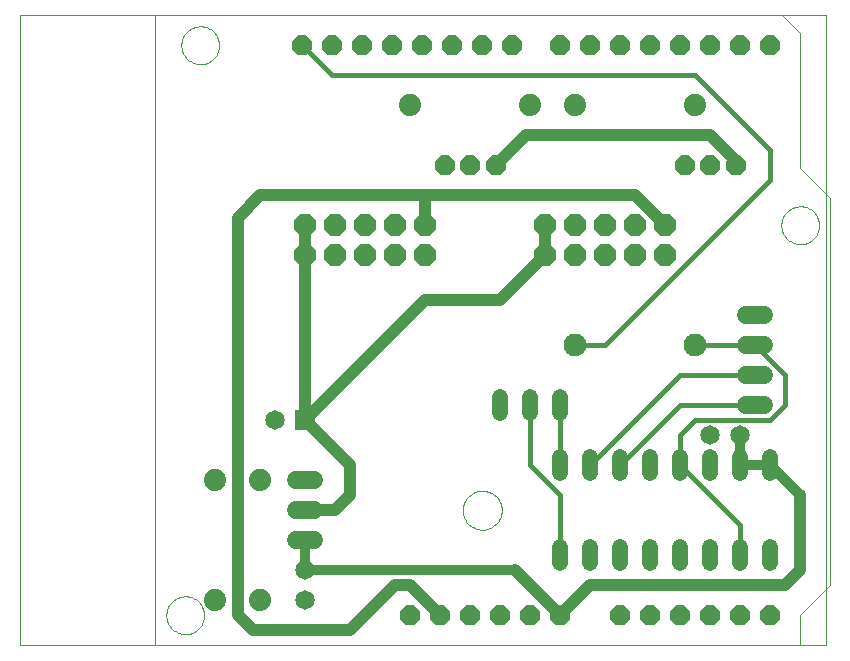
<source format=gtl>
G75*
G70*
%OFA0B0*%
%FSLAX24Y24*%
%IPPOS*%
%LPD*%
%AMOC8*
5,1,8,0,0,1.08239X$1,22.5*
%
%ADD10C,0.0000*%
%ADD11C,0.0520*%
%ADD12OC8,0.0660*%
%ADD13OC8,0.0740*%
%ADD14C,0.0600*%
%ADD15C,0.0740*%
%ADD16C,0.0650*%
%ADD17R,0.0650X0.0650*%
%ADD18C,0.0760*%
%ADD19C,0.0400*%
%ADD20C,0.0320*%
%ADD21C,0.0160*%
D10*
X002706Y000504D02*
X002706Y021504D01*
X028106Y021504D01*
X028706Y020904D01*
X028706Y016404D01*
X029706Y015404D01*
X029706Y002504D01*
X028706Y001504D01*
X028706Y000504D01*
X002706Y000504D01*
X007206Y000504D02*
X007206Y021500D01*
X029576Y021500D01*
X029576Y000504D01*
X007206Y000504D01*
X007576Y001504D02*
X007578Y001554D01*
X007584Y001604D01*
X007594Y001653D01*
X007608Y001701D01*
X007625Y001748D01*
X007646Y001793D01*
X007671Y001837D01*
X007699Y001878D01*
X007731Y001917D01*
X007765Y001954D01*
X007802Y001988D01*
X007842Y002018D01*
X007884Y002045D01*
X007928Y002069D01*
X007974Y002090D01*
X008021Y002106D01*
X008069Y002119D01*
X008119Y002128D01*
X008168Y002133D01*
X008219Y002134D01*
X008269Y002131D01*
X008318Y002124D01*
X008367Y002113D01*
X008415Y002098D01*
X008461Y002080D01*
X008506Y002058D01*
X008549Y002032D01*
X008590Y002003D01*
X008629Y001971D01*
X008665Y001936D01*
X008697Y001898D01*
X008727Y001858D01*
X008754Y001815D01*
X008777Y001771D01*
X008796Y001725D01*
X008812Y001677D01*
X008824Y001628D01*
X008832Y001579D01*
X008836Y001529D01*
X008836Y001479D01*
X008832Y001429D01*
X008824Y001380D01*
X008812Y001331D01*
X008796Y001283D01*
X008777Y001237D01*
X008754Y001193D01*
X008727Y001150D01*
X008697Y001110D01*
X008665Y001072D01*
X008629Y001037D01*
X008590Y001005D01*
X008549Y000976D01*
X008506Y000950D01*
X008461Y000928D01*
X008415Y000910D01*
X008367Y000895D01*
X008318Y000884D01*
X008269Y000877D01*
X008219Y000874D01*
X008168Y000875D01*
X008119Y000880D01*
X008069Y000889D01*
X008021Y000902D01*
X007974Y000918D01*
X007928Y000939D01*
X007884Y000963D01*
X007842Y000990D01*
X007802Y001020D01*
X007765Y001054D01*
X007731Y001091D01*
X007699Y001130D01*
X007671Y001171D01*
X007646Y001215D01*
X007625Y001260D01*
X007608Y001307D01*
X007594Y001355D01*
X007584Y001404D01*
X007578Y001454D01*
X007576Y001504D01*
X017456Y005004D02*
X017458Y005054D01*
X017464Y005104D01*
X017474Y005154D01*
X017487Y005202D01*
X017504Y005250D01*
X017525Y005296D01*
X017549Y005340D01*
X017577Y005382D01*
X017608Y005422D01*
X017642Y005459D01*
X017679Y005494D01*
X017718Y005525D01*
X017759Y005554D01*
X017803Y005579D01*
X017849Y005601D01*
X017896Y005619D01*
X017944Y005633D01*
X017993Y005644D01*
X018043Y005651D01*
X018093Y005654D01*
X018144Y005653D01*
X018194Y005648D01*
X018244Y005639D01*
X018292Y005627D01*
X018340Y005610D01*
X018386Y005590D01*
X018431Y005567D01*
X018474Y005540D01*
X018514Y005510D01*
X018552Y005477D01*
X018587Y005441D01*
X018620Y005402D01*
X018649Y005361D01*
X018675Y005318D01*
X018698Y005273D01*
X018717Y005226D01*
X018732Y005178D01*
X018744Y005129D01*
X018752Y005079D01*
X018756Y005029D01*
X018756Y004979D01*
X018752Y004929D01*
X018744Y004879D01*
X018732Y004830D01*
X018717Y004782D01*
X018698Y004735D01*
X018675Y004690D01*
X018649Y004647D01*
X018620Y004606D01*
X018587Y004567D01*
X018552Y004531D01*
X018514Y004498D01*
X018474Y004468D01*
X018431Y004441D01*
X018386Y004418D01*
X018340Y004398D01*
X018292Y004381D01*
X018244Y004369D01*
X018194Y004360D01*
X018144Y004355D01*
X018093Y004354D01*
X018043Y004357D01*
X017993Y004364D01*
X017944Y004375D01*
X017896Y004389D01*
X017849Y004407D01*
X017803Y004429D01*
X017759Y004454D01*
X017718Y004483D01*
X017679Y004514D01*
X017642Y004549D01*
X017608Y004586D01*
X017577Y004626D01*
X017549Y004668D01*
X017525Y004712D01*
X017504Y004758D01*
X017487Y004806D01*
X017474Y004854D01*
X017464Y004904D01*
X017458Y004954D01*
X017456Y005004D01*
X028076Y014504D02*
X028078Y014554D01*
X028084Y014604D01*
X028094Y014653D01*
X028108Y014701D01*
X028125Y014748D01*
X028146Y014793D01*
X028171Y014837D01*
X028199Y014878D01*
X028231Y014917D01*
X028265Y014954D01*
X028302Y014988D01*
X028342Y015018D01*
X028384Y015045D01*
X028428Y015069D01*
X028474Y015090D01*
X028521Y015106D01*
X028569Y015119D01*
X028619Y015128D01*
X028668Y015133D01*
X028719Y015134D01*
X028769Y015131D01*
X028818Y015124D01*
X028867Y015113D01*
X028915Y015098D01*
X028961Y015080D01*
X029006Y015058D01*
X029049Y015032D01*
X029090Y015003D01*
X029129Y014971D01*
X029165Y014936D01*
X029197Y014898D01*
X029227Y014858D01*
X029254Y014815D01*
X029277Y014771D01*
X029296Y014725D01*
X029312Y014677D01*
X029324Y014628D01*
X029332Y014579D01*
X029336Y014529D01*
X029336Y014479D01*
X029332Y014429D01*
X029324Y014380D01*
X029312Y014331D01*
X029296Y014283D01*
X029277Y014237D01*
X029254Y014193D01*
X029227Y014150D01*
X029197Y014110D01*
X029165Y014072D01*
X029129Y014037D01*
X029090Y014005D01*
X029049Y013976D01*
X029006Y013950D01*
X028961Y013928D01*
X028915Y013910D01*
X028867Y013895D01*
X028818Y013884D01*
X028769Y013877D01*
X028719Y013874D01*
X028668Y013875D01*
X028619Y013880D01*
X028569Y013889D01*
X028521Y013902D01*
X028474Y013918D01*
X028428Y013939D01*
X028384Y013963D01*
X028342Y013990D01*
X028302Y014020D01*
X028265Y014054D01*
X028231Y014091D01*
X028199Y014130D01*
X028171Y014171D01*
X028146Y014215D01*
X028125Y014260D01*
X028108Y014307D01*
X028094Y014355D01*
X028084Y014404D01*
X028078Y014454D01*
X028076Y014504D01*
X008076Y020504D02*
X008078Y020554D01*
X008084Y020604D01*
X008094Y020653D01*
X008108Y020701D01*
X008125Y020748D01*
X008146Y020793D01*
X008171Y020837D01*
X008199Y020878D01*
X008231Y020917D01*
X008265Y020954D01*
X008302Y020988D01*
X008342Y021018D01*
X008384Y021045D01*
X008428Y021069D01*
X008474Y021090D01*
X008521Y021106D01*
X008569Y021119D01*
X008619Y021128D01*
X008668Y021133D01*
X008719Y021134D01*
X008769Y021131D01*
X008818Y021124D01*
X008867Y021113D01*
X008915Y021098D01*
X008961Y021080D01*
X009006Y021058D01*
X009049Y021032D01*
X009090Y021003D01*
X009129Y020971D01*
X009165Y020936D01*
X009197Y020898D01*
X009227Y020858D01*
X009254Y020815D01*
X009277Y020771D01*
X009296Y020725D01*
X009312Y020677D01*
X009324Y020628D01*
X009332Y020579D01*
X009336Y020529D01*
X009336Y020479D01*
X009332Y020429D01*
X009324Y020380D01*
X009312Y020331D01*
X009296Y020283D01*
X009277Y020237D01*
X009254Y020193D01*
X009227Y020150D01*
X009197Y020110D01*
X009165Y020072D01*
X009129Y020037D01*
X009090Y020005D01*
X009049Y019976D01*
X009006Y019950D01*
X008961Y019928D01*
X008915Y019910D01*
X008867Y019895D01*
X008818Y019884D01*
X008769Y019877D01*
X008719Y019874D01*
X008668Y019875D01*
X008619Y019880D01*
X008569Y019889D01*
X008521Y019902D01*
X008474Y019918D01*
X008428Y019939D01*
X008384Y019963D01*
X008342Y019990D01*
X008302Y020020D01*
X008265Y020054D01*
X008231Y020091D01*
X008199Y020130D01*
X008171Y020171D01*
X008146Y020215D01*
X008125Y020260D01*
X008108Y020307D01*
X008094Y020355D01*
X008084Y020404D01*
X008078Y020454D01*
X008076Y020504D01*
D11*
X018706Y008764D02*
X018706Y008244D01*
X019706Y008244D02*
X019706Y008764D01*
X020706Y008764D02*
X020706Y008244D01*
X020706Y006764D02*
X020706Y006244D01*
X021706Y006244D02*
X021706Y006764D01*
X022706Y006764D02*
X022706Y006244D01*
X023706Y006244D02*
X023706Y006764D01*
X024706Y006764D02*
X024706Y006244D01*
X025706Y006244D02*
X025706Y006764D01*
X026706Y006764D02*
X026706Y006244D01*
X027706Y006244D02*
X027706Y006764D01*
X027706Y003764D02*
X027706Y003244D01*
X026706Y003244D02*
X026706Y003764D01*
X025706Y003764D02*
X025706Y003244D01*
X024706Y003244D02*
X024706Y003764D01*
X023706Y003764D02*
X023706Y003244D01*
X022706Y003244D02*
X022706Y003764D01*
X021706Y003764D02*
X021706Y003244D01*
X020706Y003244D02*
X020706Y003764D01*
D12*
X020706Y001504D03*
X019706Y001504D03*
X018706Y001504D03*
X017706Y001504D03*
X016706Y001504D03*
X015706Y001504D03*
X022706Y001504D03*
X023706Y001504D03*
X024706Y001504D03*
X025706Y001504D03*
X026706Y001504D03*
X027706Y001504D03*
X026556Y016504D03*
X025706Y016504D03*
X024856Y016504D03*
X024706Y020504D03*
X023706Y020504D03*
X022706Y020504D03*
X021706Y020504D03*
X020706Y020504D03*
X019106Y020504D03*
X018106Y020504D03*
X017106Y020504D03*
X016106Y020504D03*
X015106Y020504D03*
X014106Y020504D03*
X013106Y020504D03*
X012106Y020504D03*
X016856Y016504D03*
X017706Y016504D03*
X018556Y016504D03*
X025706Y020504D03*
X026706Y020504D03*
X027706Y020504D03*
D13*
X024206Y014504D03*
X023206Y014504D03*
X022206Y014504D03*
X021206Y014504D03*
X020206Y014504D03*
X020206Y013504D03*
X021206Y013504D03*
X022206Y013504D03*
X023206Y013504D03*
X024206Y013504D03*
X016206Y013504D03*
X015206Y013504D03*
X014206Y013504D03*
X013206Y013504D03*
X012206Y013504D03*
X012206Y014504D03*
X013206Y014504D03*
X014206Y014504D03*
X015206Y014504D03*
X016206Y014504D03*
D14*
X026906Y011504D02*
X027506Y011504D01*
X027506Y010504D02*
X026906Y010504D01*
X026906Y009504D02*
X027506Y009504D01*
X027506Y008504D02*
X026906Y008504D01*
X012506Y006004D02*
X011906Y006004D01*
X011906Y005004D02*
X012506Y005004D01*
X012506Y004004D02*
X011906Y004004D01*
D15*
X010706Y006004D03*
X009206Y006004D03*
X009206Y002004D03*
X010706Y002004D03*
X015706Y018504D03*
X019706Y018504D03*
X021206Y018504D03*
X025206Y018504D03*
D16*
X011206Y008004D03*
X012206Y003004D03*
X012206Y002004D03*
X025706Y007504D03*
X026706Y007504D03*
D17*
X012206Y008004D03*
D18*
X021206Y010504D03*
X025206Y010504D03*
D19*
X020206Y013504D02*
X020206Y014504D01*
X020206Y013504D02*
X018706Y012004D01*
X016206Y012004D01*
X012206Y008004D01*
X012206Y013504D01*
X012206Y014504D01*
X010706Y015504D02*
X016206Y015504D01*
X016206Y014504D01*
X016206Y015504D02*
X023206Y015504D01*
X024206Y014504D01*
X026556Y016504D02*
X026556Y016654D01*
X025706Y017504D01*
X019556Y017504D01*
X018556Y016504D01*
X010706Y015504D02*
X009956Y014754D01*
X009956Y001504D01*
X010456Y001004D01*
X013706Y001004D01*
X015206Y002504D01*
X015706Y002504D01*
X016706Y001504D01*
X019206Y003004D02*
X020706Y001504D01*
X021706Y002504D01*
X028206Y002504D01*
X028706Y003004D01*
X028706Y005504D01*
X013706Y005504D02*
X013206Y005004D01*
X012206Y005004D01*
X013706Y005504D02*
X013706Y006504D01*
X012206Y008004D01*
D20*
X012206Y004004D02*
X012206Y003004D01*
X019206Y003004D01*
X026706Y006504D02*
X027706Y006504D01*
X028706Y005504D01*
X026706Y006504D02*
X026706Y007504D01*
D21*
X027706Y008004D02*
X025206Y008004D01*
X024706Y007504D01*
X024706Y006504D01*
X026706Y004504D01*
X026706Y003504D01*
X022706Y006504D02*
X024706Y008504D01*
X027206Y008504D01*
X027706Y008004D02*
X028206Y008504D01*
X028206Y009504D01*
X027206Y010504D01*
X025206Y010504D01*
X024706Y009504D02*
X021706Y006504D01*
X020706Y006504D02*
X020706Y008504D01*
X019706Y008504D02*
X019706Y006504D01*
X020706Y005504D01*
X020706Y003504D01*
X024706Y009504D02*
X027206Y009504D01*
X022206Y010504D02*
X027706Y016004D01*
X027706Y017004D01*
X025206Y019504D01*
X013106Y019504D01*
X012106Y020504D01*
X021206Y010504D02*
X022206Y010504D01*
M02*

</source>
